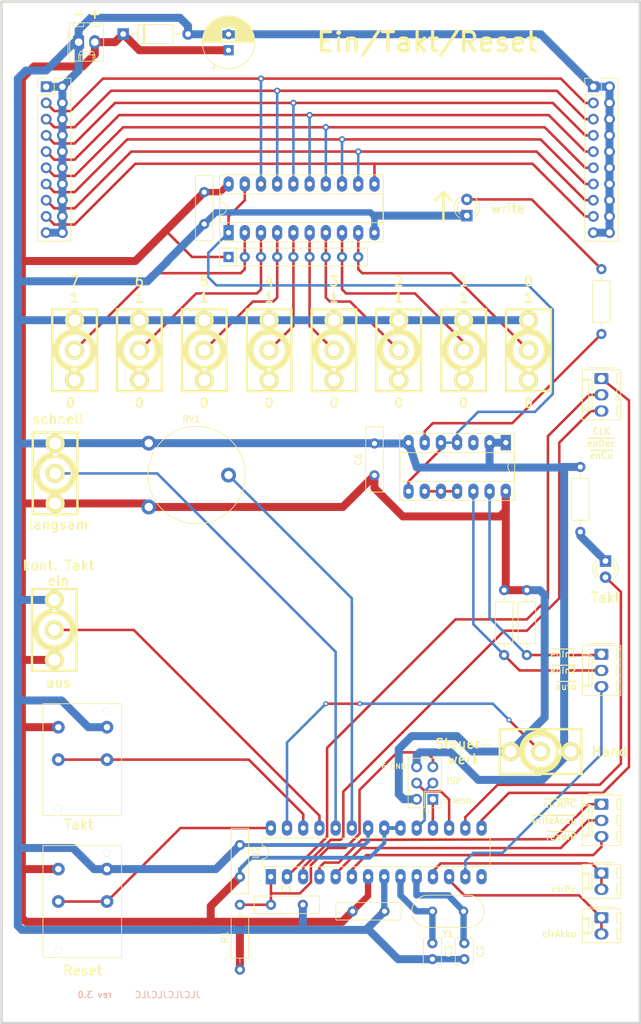
<source format=kicad_pcb>
(kicad_pcb (version 20221018) (generator pcbnew)
  (layers (0 "F.Cu" signal) (31 "B.Cu" signal) (34 "B.Paste" user) (35 "F.Paste" user) (36 "B.SilkS" user "B.Silkscreen") (37 "F.SilkS" user "F.Silkscreen") (38 "B.Mask" user) (39 "F.Mask" user) (44 "Edge.Cuts" user))
  (net 0 "")
  (net 1 "clrAkku")
  (net 2 "clrPC")
  (net 3 "CLK")
  (net 4 "GND")
  (net 5 "VCC")
  (net 6 "RST")
  (net 7 "Net-(U2-XTAL2{slash}PB7)")
  (net 8 "Net-(U2-XTAL1{slash}PB6)")
  (net 9 "Net-(D2-A)")
  (net 10 "Net-(DROT1-A)")
  (net 11 "/a0")
  (net 12 "/a1")
  (net 13 "/a2")
  (net 14 "/a3")
  (net 15 "/a4")
  (net 16 "/a5")
  (net 17 "/a6")
  (net 18 "/a7")
  (net 19 "Net-(DROT1-K)")
  (net 20 "MISO")
  (net 21 "SCK")
  (net 22 "MOSI")
  (net 23 "Net-(R7-Pad1)")
  (net 24 "Net-(U2-PC0)")
  (net 25 "Net-(SW3-B)")
  (net 26 "Net-(U5-Pad10)")
  (net 27 "Net-(SW6-B)")
  (net 29 "Net-(U3-G1)")
  (net 30 "Net-(U2-PC5)")
  (net 31 "Net-(U2-PC3)")
  (net 32 "Net-(SW4-B)")
  (net 33 "~{en-ln2}")
  (net 34 "~{en-ln1}")
  (net 35 "~{auto}")
  (net 36 "~{clrMPC}")
  (net 37 "~{readIR}")
  (net 38 "~{writeAccu}")
  (net 39 "~{enCu}")
  (net 40 "~{enDEC}")
  (net 41 "/ein0")
  (net 42 "/ein1")
  (net 43 "/ein2")
  (net 44 "/ein3")
  (net 45 "/ein4")
  (net 46 "/ein5")
  (net 47 "/ein6")
  (net 48 "/ein7")
  (footprint "Package_DIP:DIP-20_W7.62mm_Socket_LongPads" (layer "F.Cu") (at 73.66 59.055 90)
    (fp_text reference "U3")
    (fp_text value "74HC541")
  )
  (footprint "Resistor_THT:R_Array_SIP9" (layer "F.Cu") (at 73.66 62.865)
    (fp_text reference "RP1")
    (fp_text value "R_PACK8BUSSED")
  )
  (footprint "Resistor_THT:R_Axial_DIN0207_L6.3mm_D2.5mm_P10.16mm_Horizontal" (layer "F.Cu") (at 128.778 105.918 90)
    (fp_text reference "R4")
    (fp_text value "330")
  )
  (footprint "Resistor_THT:R_Axial_DIN0207_L6.3mm_D2.5mm_P10.16mm_Horizontal" (layer "F.Cu") (at 116.84 115.062 -90)
    (fp_text reference "R10")
    (fp_text value "4,7k")
  )
  (footprint "LED_THT:LED_D3.0mm" (layer "F.Cu") (at 110.998 56.388 90)
    (fp_text reference "D2")
    (fp_text value "LED")
  )
  (footprint "LED_THT:LED_D3.0mm" (layer "F.Cu") (at 132.715 110.49 -90)
    (fp_text reference "DROT1")
    (fp_text value "LED")
  )
  (footprint "Switches-Walter:switch_100sp5" (layer "F.Cu") (at 49.53 77.47 -90)
    (fp_text reference "SW5")
    (fp_text value "SPST")
  )
  (footprint "Switches-Walter:switch_100sp5" (layer "F.Cu") (at 80.01 77.47 -90)
    (fp_text reference "SW9")
    (fp_text value "SPST")
  )
  (footprint "Switches-Walter:switch_100sp5" (layer "F.Cu") (at 90.17 77.47 -90)
    (fp_text reference "SW10")
    (fp_text value "SPST")
  )
  (footprint "Switches-Walter:switch_100sp5" (layer "F.Cu") (at 100.33 77.47 -90)
    (fp_text reference "SW11")
    (fp_text value "SPST")
  )
  (footprint "Switches-Walter:switch_100sp5" (layer "F.Cu") (at 110.49 77.47 -90)
    (fp_text reference "SW12")
    (fp_text value "SPST")
  )
  (footprint "Switches-Walter:switch_100sp5" (layer "F.Cu") (at 120.65 77.47 -90)
    (fp_text reference "SW13")
    (fp_text value "SPST")
  )
  (footprint "Capacitor_THT:C_Disc_D10.0mm_W2.5mm_P5.00mm" (layer "F.Cu") (at 93.1 165.36)
    (fp_text reference "C8")
    (fp_text value "100n")
  )
  (footprint "Capacitor_THT:C_Disc_D10.0mm_W2.5mm_P5.00mm" (layer "F.Cu") (at 69.85 52.705 -90)
    (fp_text reference "C9")
    (fp_text value "100n")
  )
  (footprint "Resistor_THT:R_Axial_DIN0207_L6.3mm_D2.5mm_P10.16mm_Horizontal" (layer "F.Cu") (at 132.08 74.93 90)
    (fp_text reference "R7")
    (fp_text value "330")
  )
  (footprint "Connector_PinHeader_2.54mm:PinHeader_2x10_P2.54mm_Vertical" (layer "F.Cu") (at 45.085 36.195)
    (fp_text reference "P1")
    (fp_text value "CONN_02X10")
  )
  (footprint "Connector_PinHeader_2.54mm:PinHeader_2x10_P2.54mm_Vertical" (layer "F.Cu") (at 130.81 36.195)
    (fp_text reference "P4")
    (fp_text value "CONN_02X10")
  )
  (footprint "Resistor_THT:R_Axial_DIN0207_L6.3mm_D2.5mm_P10.16mm_Horizontal" (layer "F.Cu") (at 120.396 115.062 -90)
    (fp_text reference "R11")
    (fp_text value "4,7k")
  )
  (footprint "Capacitor_THT:CP_Radial_D8.0mm_P2.50mm" (layer "F.Cu") (at 73.66 30.48 90)
    (fp_text reference "C11")
    (fp_text value "CP")
  )
  (footprint "Connector_Molex:Molex_KK-254_AE-6410-02A_1x02_P2.54mm_Vertical" (layer "F.Cu") (at 50.165 29.21)
    (fp_text reference "J1")
    (fp_text value "Conn_01x02")
  )
  (footprint "Connector_Molex:Molex_KK-254_AE-6410-02A_1x02_P2.54mm_Vertical" (layer "F.Cu") (at 132.08 159.385 -90)
    (fp_text reference "J5")
    (fp_text value "Conn_01x02")
  )
  (footprint "Connector_Molex:Molex_KK-254_AE-6410-02A_1x02_P2.54mm_Vertical" (layer "F.Cu") (at 132.08 166.37 -90)
    (fp_text reference "J6")
    (fp_text value "Conn_01x02")
  )
  (footprint "bonsai:Switch_Digitast" (layer "F.Cu") (at 46.99 163.83 90)
    (fp_text reference "SW1")
    (fp_text value "Digitast")
  )
  (footprint "Connector_Molex:Molex_KK-254_AE-6410-03A_1x03_P2.54mm_Vertical" (layer "F.Cu") (at 132.08 148.59 -90)
    (fp_text reference "J4")
    (fp_text value "Conn_01x03")
  )
  (footprint "Connector_Molex:Molex_KK-254_AE-6410-03A_1x03_P2.54mm_Vertical" (layer "F.Cu") (at 132.08 81.915 -90)
    (fp_text reference "J2")
    (fp_text value "Conn_01x03")
  )
  (footprint "Connector_Molex:Molex_KK-254_AE-6410-03A_1x03_P2.54mm_Vertical" (layer "F.Cu") (at 132.08 125.095 -90)
    (fp_text reference "J3")
    (fp_text value "Conn_01x03")
  )
  (footprint "bonsai:EuroBoard160mmX100mm_holes_keepout" (layer "F.Cu") (at 38.1 22.86)
    (fp_text reference "REF**" hide)
    (fp_text value "EuroBoard160mmX100mm_holes_keepout" hide)
    (fp_line (start 0 0) (end 100 0) (stroke (width 0.38)) (layer "Edge.Cuts"))
    (fp_line (start 0 160) (end 0 0) (stroke (width 0.38)) (layer "Edge.Cuts"))
    (fp_line (start 0 160) (end 100 160) (stroke (width 0.38)) (layer "Edge.Cuts"))
    (fp_line (start 100 0) (end 100 160) (stroke (width 0.38)) (layer "Edge.Cuts"))
  )
  (footprint "Capacitor_THT:C_Disc_D10.0mm_W2.5mm_P5.00mm" (layer "F.Cu") (at 75.438 159.98 90)
    (fp_text reference "C7")
    (fp_text value "100n")
  )
  (footprint "Package_DIP:DIP-14_W7.62mm_Socket_LongPads" (layer "F.Cu") (at 117.094 91.948 -90)
    (fp_text reference "U5")
    (fp_text value "7400")
  )
  (footprint "bonsai:Switch_Digitast" (layer "F.Cu") (at 46.99 141.605 90)
    (fp_text reference "SW2")
    (fp_text value "Digitast")
  )
  (footprint "Switches-Walter:switch_100sp5" (layer "F.Cu") (at 69.85 77.47 -90)
    (fp_text reference "SW8")
    (fp_text value "SPST")
  )
  (footprint "Diode_THT:D_A-405_P10.16mm_Horizontal" (layer "F.Cu") (at 57.15 27.94)
    (fp_text reference "D3")
    (fp_text value "D")
  )
  (footprint "Switches-Walter:switch_100sp5" (layer "F.Cu") (at 59.69 77.47 -90)
    (fp_text reference "SW7")
    (fp_text value "SPST")
  )
  (footprint "Switches-Walter:switch_100sp5" (layer "F.Cu") (at 122.555 140.335)
    (fp_text reference "SW6")
    (fp_text value "SW_SPDT")
  )
  (footprint "Switches-Walter:switch_100sp5" (layer "F.Cu") (at 46.355 121.285 90)
    (fp_text reference "SW3")
    (fp_text value "SW_SPDT")
  )
  (footprint "Resistor_THT:R_Axial_DIN0207_L6.3mm_D2.5mm_P10.16mm_Horizontal" (layer "F.Cu") (at 75.438 174.498 90)
    (fp_text reference "R1")
    (fp_text value "4k7")
  )
  (footprint "Capacitor_THT:C_Disc_D3.8mm_W2.6mm_P2.50mm" (layer "F.Cu") (at 105.6 170.36 -90)
    (fp_text reference "C3")
    (fp_text value "18p")
  )
  (footprint "Package_DIP:DIP-28_W7.62mm_LongPads" (layer "F.Cu") (at 80.28 159.94 90)
    (fp_text reference "U2")
    (fp_text value "ATmega48-20P")
  )
  (footprint "Capacitor_THT:C_Disc_D10.0mm_W2.5mm_P5.00mm" (layer "F.Cu") (at 96.52 97.075 90)
    (fp_text reference "C6")
    (fp_text value "100n")
  )
  (footprint "allBonsaiFootprintsLibs:switch_100sp5" (layer "F.Cu") (at 46.482 96.774 90)
    (fp_text reference "SW4")
    (fp_text value "SW_SPDT")
  )
  (footprint "Connector_PinHeader_2.54mm:PinHeader_2x03_P2.54mm_Vertical" (layer "F.Cu") (at 105.669 147.813 180)
    (fp_text reference "J7")
    (fp_text value "Conn_02x03_Odd_Even")
  )
  (footprint "Capacitor_THT:C_Disc_D3.8mm_W2.6mm_P2.50mm" (layer "F.Cu") (at 110.6 170.36 -90)
    (fp_text reference "C2")
    (fp_text value "18p")
  )
  (footprint "Crystal:Crystal_HC49-U_Vertical" (layer "F.Cu") (at 110.48 165.36 180)
    (fp_text reference "Y1")
    (fp_text value "Crystal")
  )
  (footprint "Potentiometer_THT:Potentiometer_Piher_PT-15-V02_Vertical" (layer "F.Cu") (at 61.16 102.028)
    (fp_text reference "RV1")
    (fp_text value "R_Potentiometer")
  )
  (footprint "Capacitor_THT:C_Disc_D10.0mm_W2.5mm_P5.00mm" (layer "F.Cu") (at 80.3 164.338)
    (fp_text reference "C1")
    (fp_text value "100n")
  )
  (gr_line (start 108.585 53.975) (end 107.315 52.705) (stroke (width 0.4)) (layer "F.SilkS"))
  (gr_line (start 107.315 57.15) (end 107.315 52.705) (stroke (width 0.4)) (layer "F.SilkS"))
  (gr_line (start 107.315 52.705) (end 106.045 53.975) (stroke (width 0.4)) (layer "F.SilkS"))
  (gr_text "rev 3.0" (at 52.705 178.435) (layer "B.SilkS") (effects (font (size 1 1) (thickness 0.17)) (justify mirror)))
  (gr_text "JLCJLCJLCJLC" (at 64.135 178.435) (layer "B.SilkS") (effects (font (size 1 1)) (justify mirror)))
  (gr_text "clrPc" (at 128.27 161.925) (layer "F.SilkS") (effects (font (size 1 1) (thickness 0.17)) (justify right)))
  (gr_text "Hand" (at 133.35 140.335) (layer "F.SilkS") (effects (font (size 1.5 1.5) (thickness 0.25))))
  (gr_text "Steuer-\nwerk" (at 110.49 140.335) (layer "F.SilkS") (effects (font (size 1.5 1.5) (thickness 0.25))))
  (gr_text "~{enIn1}" (at 128.27 125.095) (layer "F.SilkS") (effects (font (size 1 1) (thickness 0.17)) (justify right)))
  (gr_text "Takt" (at 132.715 116.205) (layer "F.SilkS") (effects (font (size 1.5 1.5) (thickness 0.25))))
  (gr_text "-" (at 50.165 24.765) (layer "F.SilkS") (effects (font (size 1.5 1.5) (thickness 0.25))))
  (gr_text "CLK" (at 132.08 90.17) (layer "F.SilkS") (effects (font (size 1 1) (thickness 0.17))))
  (gr_text "~{enDec}" (at 132.08 92.075) (layer "F.SilkS") (effects (font (size 1 1) (thickness 0.17))))
  (gr_text "~{enCu}" (at 132.08 93.98) (layer "F.SilkS") (effects (font (size 1 1) (thickness 0.17))))
  (gr_text "~{clrMPC}" (at 128.27 148.59) (layer "F.SilkS") (effects (font (size 1 1) (thickness 0.17)) (justify right)))
  (gr_text "~{writeAccu}" (at 128.27 151.13) (layer "F.SilkS") (effects (font (size 1 1) (thickness 0.17)) (justify right)))
  (gr_text "~{readIR}" (at 128.27 153.67) (layer "F.SilkS") (effects (font (size 1 1) (thickness 0.17)) (justify right)))
  (gr_text "1" (at 110.49 66.675) (layer "F.SilkS") (effects (font (size 1.5 1.5) (thickness 0.25))))
  (gr_text "2" (at 100.33 66.675) (layer "F.SilkS") (effects (font (size 1.5 1.5) (thickness 0.25))))
  (gr_text "3" (at 90.17 66.675) (layer "F.SilkS") (effects (font (size 1.5 1.5) (thickness 0.25))))
  (gr_text "4" (at 80.01 66.675) (layer "F.SilkS") (effects (font (size 1.5 1.5) (thickness 0.25))))
  (gr_text "5" (at 69.85 66.675) (layer "F.SilkS") (effects (font (size 1.5 1.5) (thickness 0.25))))
  (gr_text "6" (at 59.69 66.675) (layer "F.SilkS") (effects (font (size 1.5 1.5) (thickness 0.25))))
  (gr_text "7" (at 49.53 66.675) (layer "F.SilkS") (effects (font (size 1.5 1.5) (thickness 0.25))))
  (gr_text "1" (at 120.65 69.215) (layer "F.SilkS") (effects (font (size 1.5 1.5) (thickness 0.25))))
  (gr_text "1" (at 49.53 69.215) (layer "F.SilkS") (effects (font (size 1.5 1.5) (thickness 0.25))))
  (gr_text "Ein/Takt/Reset" (at 104.775 29.21) (layer "F.SilkS") (effects (font (size 3 3) (thickness 0.5))))
  (gr_text "0" (at 69.85 85.725) (layer "F.SilkS") (effects (font (size 1.5 1.5) (thickness 0.25))))
  (gr_text "0" (at 59.69 85.725) (layer "F.SilkS") (effects (font (size 1.5 1.5) (thickness 0.25))))
  (gr_text "~{auto}" (at 128.27 130.175) (layer "F.SilkS") (effects (font (size 1 1) (thickness 0.17)) (justify right)))
  (gr_text "ISP" (at 107.696 145.542) (layer "F.SilkS") (effects (font (size 1 1)) (justify left bottom)))
  (gr_text "1" (at 59.69 69.215) (layer "F.SilkS") (effects (font (size 1.5 1.5) (thickness 0.25))))
  (gr_text "0" (at 80.01 85.725) (layer "F.SilkS") (effects (font (size 1.5 1.5) (thickness 0.25))))
  (gr_text "1" (at 80.01 69.215) (layer "F.SilkS") (effects (font (size 1.5 1.5) (thickness 0.25))))
  (gr_text "~{enIn2}" (at 128.27 127.635) (layer "F.SilkS") (effects (font (size 1 1) (thickness 0.17)) (justify right)))
  (gr_text "write" (at 117.475 55.245) (layer "F.SilkS") (effects (font (size 1.5 1.5) (thickness 0.25))))
  (gr_text "aus" (at 46.99 129.54) (layer "F.SilkS") (effects (font (size 1.5 1.5) (thickness 0.25))))
  (gr_text "0" (at 90.17 85.725) (layer "F.SilkS") (effects (font (size 1.5 1.5) (thickness 0.25))))
  (gr_text "1 MISO" (at 107.315 148.59) (layer "F.SilkS") (effects (font (size 0.8 0.8)) (justify left bottom)))
  (gr_text "kont. Takt\nein" (at 46.99 112.395) (layer "F.SilkS") (effects (font (size 1.5 1.5) (thickness 0.25))))
  (gr_text "1" (at 69.85 69.215) (layer "F.SilkS") (effects (font (size 1.5 1.5) (thickness 0.25))))
  (gr_text "1" (at 100.33 69.215) (layer "F.SilkS") (effects (font (size 1.5 1.5) (thickness 0.25))))
  (gr_text "6 GND" (at 97.536 143.129) (layer "F.SilkS") (effects (font (size 0.8 0.8)) (justify left bottom)))
  (gr_text "0" (at 120.65 66.675) (layer "F.SilkS") (effects (font (size 1.5 1.5) (thickness 0.25))))
  (gr_text "schnell" (at 46.99 88.265) (layer "F.SilkS") (effects (font (size 1.5 1.5) (thickness 0.25))))
  (gr_text "1" (at 90.17 69.215) (layer "F.SilkS") (effects (font (size 1.5 1.5) (thickness 0.25))))
  (gr_text "+" (at 52.705 24.765) (layer "F.SilkS") (effects (font (size 1.5 1.5) (thickness 0.25))))
  (gr_text "Reset" (at 50.8 174.625) (layer "F.SilkS") (effects (font (size 1.5 1.5) (thickness 0.25))))
  (gr_text "0" (at 48.895 85.725) (layer "F.SilkS") (effects (font (size 1.5 1.5) (thickness 0.25))))
  (gr_text "Takt" (at 50.165 151.765) (layer "F.SilkS") (effects (font (size 1.5 1.5) (thickness 0.25))))
  (gr_text "0" (at 110.49 85.725) (layer "F.SilkS") (effects (font (size 1.5 1.5) (thickness 0.25))))
  (gr_text "0" (at 100.33 85.725) (layer "F.SilkS") (effects (font (size 1.5 1.5) (thickness 0.25))))
  (gr_text "langsam" (at 46.99 104.775) (layer "F.SilkS") (effects (font (size 1.5 1.5) (thickness 0.25))))
  (gr_text "0" (at 120.65 85.725) (layer "F.SilkS") (effects (font (size 1.5 1.5) (thickness 0.25))))
  (gr_text "clrAkku" (at 128.27 168.91) (layer "F.SilkS") (effects (font (size 1 1) (thickness 0.17)) (justify right)))
  (gr_text "1" (at 110.49 69.215) (layer "F.SilkS") (effects (font (size 1.5 1.5) (thickness 0.25))))
  (segment (start 132.08 166.37) (end 128.57 162.86) (width 0.4) (layer "F.Cu") (net 1))
  (segment (start 132.08 168.91) (end 132.08 166.37) (width 0.4) (layer "F.Cu") (net 1))
  (segment (start 110.6 162.86) (end 113.1 162.86) (width 0.4) (layer "F.Cu") (net 1))
  (segment (start 108.22 160.48) (end 110.6 162.86) (width 0.4) (layer "F.Cu") (net 1))
  (segment (start 108.22 159.94) (end 108.22 160.48) (width 0.4) (layer "F.Cu") (net 1))
  (segment (start 128.57 162.86) (end 113.1 162.86) (width 0.4) (layer "F.Cu") (net 1))
  (segment (start 105.68 159.94) (end 105.68 159.08) (width 0.4) (layer "F.Cu") (net 2))
  (segment (start 106.9 157.86) (end 130.555 157.86) (width 0.4) (layer "F.Cu") (net 2))
  (segment (start 132.08 161.925) (end 132.08 159.385) (width 0.4) (layer "F.Cu") (net 2))
  (segment (start 130.555 157.86) (end 132.08 159.385) (width 0.4) (layer "F.Cu") (net 2))
  (segment (start 105.68 159.08) (end 106.9 157.86) (width 0.4) (layer "F.Cu") (net 2))
  (segment (start 117.602 146.812) (end 132.334 146.812) (width 0.4) (layer "F.Cu") (net 3))
  (segment (start 113.3 152.32) (end 113.3 151.114) (width 0.4) (layer "F.Cu") (net 3))
  (segment (start 132.334 146.812) (end 136.398 142.748) (width 0.4) (layer "F.Cu") (net 3))
  (segment (start 113.3 151.114) (end 117.602 146.812) (width 0.4) (layer "F.Cu") (net 3))
  (segment (start 136.398 85.344) (end 132.08 81.915) (width 0.4) (layer "F.Cu") (net 3))
  (segment (start 136.398 142.748) (end 136.398 85.344) (width 0.4) (layer "F.Cu") (net 3))
  (segment (start 96.473 92.028) (end 96.52 92.075) (width 1.25) (layer "B.Cu") (net 4))
  (segment (start 95.408 168.052) (end 98.1 165.36) (width 1.25) (layer "B.Cu") (net 4))
  (segment (start 40.64 38.735) (end 40.64 62.23) (width 1.25) (layer "B.Cu") (net 4))
  (segment (start 40.64 167.64) (end 41.275 168.275) (width 1.25) (layer "B.Cu") (net 4))
  (segment (start 96.52 56.515) (end 96.52 59.055) (width 1) (layer "B.Cu") (net 4))
  (segment (start 40.64 132.334) (end 40.64 137.16) (width 1.25) (layer "B.Cu") (net 4))
  (segment (start 103.129 140.975) (end 103.129 142.733) (width 1.25) (layer "B.Cu") (net 4))
  (segment (start 50.165 27.305) (end 52.07 25.4) (width 1.25) (layer "B.Cu") (net 4))
  (segment (start 41.91 33.655) (end 40.64 34.925) (width 1.25) (layer "B.Cu") (net 4))
  (segment (start 40.64 131.445) (end 40.64 132.334) (width 1.25) (layer "B.Cu") (net 4))
  (segment (start 64.055 63.5) (end 64.055 63.58) (width 1.25) (layer "B.Cu") (net 4))
  (segment (start 73.66 27.98) (end 122.595 27.98) (width 1.25) (layer "B.Cu") (net 4))
  (segment (start 130.81 36.195) (end 133.35 36.195) (width 1.25) (layer "B.Cu") (net 4))
  (segment (start 95.185 168.275) (end 95.408 168.052) (width 1.25) (layer "B.Cu") (net 4))
  (segment (start 40.64 141.605) (end 40.64 147.32) (width 1.25) (layer "B.Cu") (net 4))
  (segment (start 121.519 95.848) (end 125.476 95.848) (width 1.25) (layer "B.Cu") (net 4))
  (segment (start 98.06 165.32) (end 98.1 165.36) (width 1) (layer "B.Cu") (net 4))
  (segment (start 45.085 33.655) (end 41.91 33.655) (width 1.25) (layer "B.Cu") (net 4))
  (segment (start 47.498 132.334) (end 40.64 132.334) (width 1.25) (layer "B.Cu") (net 4))
  (segment (start 101.854 91.948) (end 103.169 95.848) (width 1.25) (layer "B.Cu") (net 4))
  (segment (start 49.276 155.448) (end 40.64 155.448) (width 1.25) (layer "B.Cu") (net 4))
  (segment (start 50.165 29.21) (end 49.53 29.21) (width 1) (layer "B.Cu") (net 4))
  (segment (start 98.06 159.94) (end 98.06 165.32) (width 1) (layer "B.Cu") (net 4))
  (segment (start 40.64 72.39) (end 40.64 91.948) (width 1.25) (layer "B.Cu") (net 4))
  (segment (start 114.554 95.594) (end 114.3 95.848) (width 1.25) (layer "B.Cu") (net 4))
  (segment (start 52.578 158.75) (end 49.276 155.448) (width 1.25) (layer "B.Cu") (net 4))
  (segment (start 133.35 36.195) (end 133.35 59.055) (width 1.25) (layer "B.Cu") (net 4))
  (segment (start 96.52 92.075) (end 101.727 92.075) (width 1.25) (layer "B.Cu") (net 4))
  (segment (start 112.776 144.78) (end 108.458 140.462) (width 1.25) (layer "B.Cu") (net 4))
  (segment (start 96.647 56.388) (end 96.52 56.515) (width 1.25) (layer "B.Cu") (net 4))
  (segment (start 60.96 66.675) (end 40.64 66.675) (width 1.25) (layer "B.Cu") (net 4))
  (segment (start 110.6 172.86) (end 105.6 172.86) (width 1) (layer "B.Cu") (net 4))
  (segment (start 46.529 92.028) (end 46.482 92.075) (width 1.25) (layer "B.Cu") (net 4))
  (segment (start 120.65 72.771) (end 49.53 72.771) (width 1.25) (layer "B.Cu") (net 4))
  (segment (start 64.055 63.58) (end 60.96 66.675) (width 1.25) (layer "B.Cu") (net 4))
  (segment (start 95.408 168.052) (end 100.216 172.86) (width 1.25) (layer "B.Cu") (net 4))
  (segment (start 85.3 168.231) (end 85.344 168.275) (width 1.25) (layer "B.Cu") (net 4))
  (segment (start 100.216 172.86) (end 105.6 172.86) (width 1.25) (layer "B.Cu") (net 4))
  (segment (start 71.668 158.75) (end 75.438 154.98) (width 1.25) (layer "B.Cu") (net 4))
  (segment (start 52.07 25.4) (end 66.04 25.4) (width 1.25) (layer "B.Cu") (net 4))
  (segment (start 95.52 154.416) (end 95.52 152.32) (width 0.6) (layer "B.Cu") (net 4))
  (segment (start 114.3 95.848) (end 121.519 95.848) (width 1.25) (layer "B.Cu") (net 4))
  (segment (start 40.64 137.16) (end 40.64 141.605) (width 1.25) (layer "B.Cu") (net 4))
  (segment (start 40.64 34.925) (end 40.64 38.735) (width 1.25) (layer "B.Cu") (net 4))
  (segment (start 50.165 29.21) (end 50.165 33.655) (width 1.25) (layer "B.Cu") (net 4))
  (segment (start 110.998 56.388) (end 96.647 56.388) (width 1.25) (layer "B.Cu") (net 4))
  (segment (start 40.64 116.586) (end 40.64 121.92) (width 1.25) (layer "B.Cu") (net 4))
  (segment (start 46.355 116.586) (end 40.64 116.586) (width 1.25) (layer "B.Cu") (net 4))
  (segment (start 54.61 158.75) (end 71.668 158.75) (width 1.25) (layer "B.Cu") (net 4))
  (segment (start 127.254 140.335) (end 122.809 144.78) (width 1.25) (layer "B.Cu") (net 4))
  (segment (start 40.767 92.075) (end 40.64 91.948) (width 1.25) (layer "B.Cu") (net 4))
  (segment (start 103.632 140.462) (end 103.124 140.97) (width 1.25) (layer "B.Cu") (net 4))
  (segment (start 117.094 91.948) (end 114.554 91.948) (width 1.25) (layer "B.Cu") (net 4))
  (segment (start 41.021 72.771) (end 40.64 72.39) (width 1.25) (layer "B.Cu") (net 4))
  (segment (start 103.124 140.97) (end 103.129 140.975) (width 1.25) (layer "B.Cu") (net 4))
  (segment (start 51.689 136.525) (end 47.498 132.334) (width 1.25) (layer "B.Cu") (net 4))
  (segment (start 126.238 139.319) (end 127.254 140.335) (width 1.25) (layer "B.Cu") (net 4))
  (segment (start 69.85 57.705) (end 71.675 55.88) (width 1) (layer "B.Cu") (net 4))
  (segment (start 67.31 26.67) (end 67.31 27.94) (width 1.25) (layer "B.Cu") (net 4))
  (segment (start 54.61 158.75) (end 52.578 158.75) (width 1.25) (layer "B.Cu") (net 4))
  (segment (start 126.238 95.758) (end 125.566 95.758) (width 1.25) (layer "B.Cu") (net 4))
  (segment (start 49.53 72.771) (end 41.021 72.771) (width 1.25) (layer "B.Cu") (net 4))
  (segment (start 41.275 168.275) (end 85.344 168.275) (width 1.25) (layer "B.Cu") (net 4))
  (segment (start 114.554 91.948) (end 114.554 95.594) (width 1.25) (layer "B.Cu") (net 4))
  (segment (start 94.956 154.98) (end 95.52 154.416) (width 0.6) (layer "B.Cu") (net 4))
  (segment (start 61.16 92.028) (end 46.529 92.028) (width 1.25) (layer "B.Cu") (net 4))
  (segment (start 49.53 29.21) (end 45.085 33.655) (width 1.25) (layer "B.Cu") (net 4))
  (segment (start 122.595 27.98) (end 130.81 36.195) (width 1.25) (layer "B.Cu") (net 4))
  (segment (start 61.16 92.028) (end 96.473 92.028) (width 1.25) (layer "B.Cu") (net 4))
  (segment (start 40.64 62.23) (end 40.64 64.77) (width 1.25) (layer "B.Cu") (net 4))
  (segment (start 50.165 29.21) (end 50.165 27.305) (width 1.25) (layer "B.Cu") (net 4))
  (segment (start 95.885 55.88) (end 96.52 56.515) (width 1) (layer "B.Cu") (net 4))
  (segment (start 66.04 25.4) (end 67.31 26.67) (width 1.25) (layer "B.Cu") (net 4))
  (segment (start 122.809 144.78) (end 112.776 144.78) (width 1.25) (layer "B.Cu") (net 4))
  (segment (start 85.3 164.338) (end 85.3 168.231) (width 1.25) (layer "B.Cu") (net 4))
  (segment (start 50.165 33.655) (end 47.625 36.195) (width 1.25) (layer "B.Cu") (net 4))
  (segment (start 47.625 36.195) (end 45.085 36.195) (width 1.25) (layer "B.Cu") (net 4))
  (segment (start 40.64 155.448) (end 40.64 167.64) (width 1.25) (layer "B.Cu") (net 4))
  (segment (start 75.438 154.98) (end 94.956 154.98) (width 0.6) (layer "B.Cu") (net 4))
  (segment (start 101.727 92.075) (end 101.854 91.948) (width 1.25) (layer "B.Cu") (net 4))
  (segment (start 67.35 27.98) (end 67.31 27.94) (width 1) (layer "B.Cu") (net 4))
  (segment (start 64.055 63.5) (end 69.85 57.705) (width 1.25) (layer "B.Cu") (net 4))
  (segment (start 71.675 55.88) (end 95.885 55.88) (width 1) (layer "B.Cu") (net 4))
  (segment (start 40.64 147.32) (end 40.64 155.448) (width 1.25) (layer "B.Cu") (net 4))
  (segment (start 125.566 95.758) (end 125.476 95.848) (width 1.25) (layer "B.Cu") (net 4))
  (segment (start 46.482 92.075) (end 40.767 92.075) (width 1.25) (layer "B.Cu") (net 4))
  (segment (start 40.64 93.7) (end 40.64 116.586) (width 1.25) (layer "B.Cu") (net 4))
  (segment (start 128.778 95.758) (end 126.238 95.758) (width 1.25) (layer "B.Cu") (net 4))
  (segment (start 47.625 36.195) (end 47.625 59.055) (width 1.25) (layer "B.Cu") (net 4))
  (segment (start 54.61 136.525) (end 51.689 136.525) (width 1.25) (layer "B.Cu") (net 4))
  (segment (start 108.458 140.462) (end 103.632 140.462) (width 1.25) (layer "B.Cu") (net 4))
  (segment (start 40.64 64.77) (end 40.64 66.675) (width 1.25) (layer "B.Cu") (net 4))
  (segment (start 85.344 168.275) (end 95.185 168.275) (width 1.25) (layer "B.Cu") (net 4))
  (segment (start 40.64 91.948) (end 40.64 93.7) (width 1.25) (layer "B.Cu") (net 4))
  (segment (start 126.238 95.758) (end 126.238 139.319) (width 1.25) (layer "B.Cu") (net 4))
  (segment (start 130.81 59.055) (end 133.35 59.055) (width 1.25) (layer "B.Cu") (net 4))
  (segment (start 47.625 59.055) (end 45.085 59.055) (width 1.25) (layer "B.Cu") (net 4))
  (segment (start 103.169 95.848) (end 114.3 95.848) (width 1.25) (layer "B.Cu") (net 4))
  (segment (start 40.64 121.92) (end 40.64 131.445) (width 1.25) (layer "B.Cu") (net 4))
  (segment (start 73.66 27.98) (end 67.35 27.98) (width 1.25) (layer "B.Cu") (net 4))
  (segment (start 40.64 66.675) (end 40.64 72.39) (width 1.25) (layer "B.Cu") (net 4))
  (segment (start 73.66 62.865) (end 67.945 62.865) (width 0.4) (layer "F.Cu") (net 5))
  (segment (start 116.84 115.062) (end 120.396 115.062) (width 1.25) (layer "F.Cu") (net 5))
  (segment (start 41.91 167.005) (end 68.834 167.005) (width 1.25) (layer "F.Cu") (net 5))
  (segment (start 75.438 174.498) (end 75.438 167.005) (width 1.25) (layer "F.Cu") (net 5))
  (segment (start 41.275 103.886) (end 41.275 121.92) (width 1.25) (layer "F.Cu") (net 5))
  (segment (start 61.16 102.028) (end 91.567 102.028) (width 1.25) (layer "F.Cu") (net 5))
  (segment (start 41.275 62.23) (end 41.275 63.5) (width 1.25) (layer "F.Cu") (net 5))
  (segment (start 41.275 34.925) (end 41.275 62.23) (width 1.25) (layer "F.Cu") (net 5))
  (segment (start 69.85 52.705) (end 72.39 52.705) (width 1) (layer "F.Cu") (net 5))
  (segment (start 41.275 125.984) (end 41.275 129.54) (width 1.25) (layer "F.Cu") (net 5))
  (segment (start 95.52 159.94) (end 95.52 162.94) (width 1) (layer "F.Cu") (net 5))
  (segment (start 41.275 121.92) (end 41.275 125.984) (width 1.25) (layer "F.Cu") (net 5))
  (segment (start 100.965 103.505) (end 96.52 99.06) (width 1.25) (layer "F.Cu") (net 5))
  (segment (start 55.88 29.21) (end 57.15 27.94) (width 1.25) (layer "F.Cu") (net 5))
  (segment (start 41.275 101.6) (end 41.275 103.886) (width 1.25) (layer "F.Cu") (net 5))
  (segment (start 116.205 103.505) (end 100.965 103.505) (width 1.25) (layer "F.Cu") (net 5))
  (segment (start 59.055 63.5) (end 41.275 63.5) (width 1.25) (layer "F.Cu") (net 5))
  (segment (start 69.85 52.705) (end 63.8175 58.7375) (width 1.25) (layer "F.Cu") (net 5))
  (segment (start 50.8 33.02) (end 43.18 33.02) (width 1.25) (layer "F.Cu") (net 5))
  (segment (start 68.834 167.005) (end 70.866 167.005) (width 1.25) (layer "F.Cu") (net 5))
  (segment (start 52.705 31.115) (end 50.8 33.02) (width 1.25) (layer "F.Cu") (net 5))
  (segment (start 75.438 167.005) (end 86.741 167.005) (width 1.25) (layer "F.Cu") (net 5))
  (segment (start 117.094 99.568) (end 117.094 102.616) (width 1.25) (layer "F.Cu") (net 5))
  (segment (start 46.482 101.473) (end 60.605 101.473) (width 1.25) (layer "F.Cu") (net 5))
  (segment (start 67.945 62.865) (end 63.8175 58.7375) (width 0.4) (layer "F.Cu") (net 5))
  (segment (start 59.69 30.48) (end 57.15 27.94) (width 1.25) (layer "F.Cu") (net 5))
  (segment (start 41.275 129.54) (end 41.275 135.89) (width 1.25) (layer "F.Cu") (net 5))
  (segment (start 46.99 136.525) (end 41.402 136.525) (width 1.25) (layer "F.Cu") (net 5))
  (segment (start 91.455 167.005) (end 93.1 165.36) (width 1.25) (layer "F.Cu") (net 5))
  (segment (start 41.275 158.75) (end 41.275 166.37) (width 1.25) (layer "F.Cu") (net 5))
  (segment (start 70.866 167.005) (end 70.866 164.552) (width 1.25) (layer "F.Cu") (net 5))
  (segment (start 96.52 99.06) (end 96.52 97.075) (width 1.25) (layer "F.Cu") (net 5))
  (segment (start 41.275 135.89) (end 41.275 136.652) (width 1.25) (layer "F.Cu") (net 5))
  (segment (start 52.705 29.21) (end 52.705 31.115) (width 1.25) (layer "F.Cu") (net 5))
  (segment (start 52.705 29.21) (end 55.88 29.21) (width 1.25) (layer "F.Cu") (net 5))
  (segment (start 41.275 63.5) (end 41.275 85.725) (width 1.25) (layer "F.Cu") (net 5))
  (segment (start 41.275 144.145) (end 41.275 158.75) (width 1.25) (layer "F.Cu") (net 5))
  (segment (start 86.741 167.005) (end 91.455 167.005) (width 1.25) (layer "F.Cu") (net 5))
  (segment (start 117.094 99.568) (end 117.094 114.808) (width 1.25) (layer "F.Cu") (net 5))
  (segment (start 70.866 167.005) (end 75.438 167.005) (width 1.25) (layer "F.Cu") (net 5))
  (segment (start 41.275 136.652) (end 41.275 144.145) (width 1.25) (layer "F.Cu") (net 5))
  (segment (start 46.355 125.984) (end 41.275 125.984) (width 1.25) (layer "F.Cu") (net 5))
  (segment (start 41.275 166.37) (end 41.91 167.005) (width 1.25) (layer "F.Cu") (net 5))
  (segment (start 41.402 101.473) (end 41.275 101.6) (width 1.25) (layer "F.Cu") (net 5))
  (segment (start 41.402 136.525) (end 41.275 136.652) (width 1.25) (layer "F.Cu") (net 5))
  (segment (start 91.567 102.028) (end 96.52 97.075) (width 1.25) (layer "F.Cu") (net 5))
  (segment (start 117.094 102.616) (end 116.205 103.505) (width 1.25) (layer "F.Cu") (net 5))
  (segment (start 63.8175 58.7375) (end 59.055 63.5) (width 1.25) (layer "F.Cu") (net 5))
  (segment (start 95.52 162.94) (end 93.1 165.36) (width 1) (layer "F.Cu") (net 5))
  (segment (start 60.605 101.473) (end 61.16 102.028) (width 1.25) (layer "F.Cu") (net 5))
  (segment (start 43.18 33.02) (end 41.275 34.925) (width 1.25) (layer "F.Cu") (net 5))
  (segment (start 46.482 101.473) (end 41.402 101.473) (width 1.25) (layer "F.Cu") (net 5))
  (segment (start 72.39 52.705) (end 73.66 51.435) (width 1) (layer "F.Cu") (net 5))
  (segment (start 46.99 158.75) (end 41.275 158.75) (width 1.25) (layer "F.Cu") (net 5))
  (segment (start 41.275 85.725) (end 41.275 101.6) (width 1.25) (layer "F.Cu") (net 5))
  (segment (start 117.094 114.808) (end 116.84 115.062) (width 1.25) (layer "F.Cu") (net 5))
  (segment (start 70.866 164.552) (end 75.438 159.98) (width 1.25) (layer "F.Cu") (net 5))
  (segment (start 73.66 30.48) (end 59.69 30.48) (width 1.25) (layer "F.Cu") (net 5))
  (segment (start 75.438 159.98) (end 75.438 158.75) (width 0.6) (layer "B.Cu") (net 5))
  (segment (start 100.33 147.036) (end 101.107 147.813) (width 1.25) (layer "B.Cu") (net 5))
  (segment (start 123.19 115.824) (end 122.428 115.062) (width 1.25) (layer "B.Cu") (net 5))
  (segment (start 95.758 156.972) (end 98.06 154.67) (width 0.6) (layer "B.Cu") (net 5))
  (segment (start 117.856 140.335) (end 123.19 135.001) (width 1.25) (layer "B.Cu") (net 5))
  (segment (start 117.856 140.335) (end 111.887 140.335) (width 1.25) (layer "B.Cu") (net 5))
  (segment (start 75.438 158.75) (end 77.216 156.972) (width 0.6) (layer "B.Cu") (net 5))
  (segment (start 98.06 152.32) (end 100.6 152.32) (width 0.6) (layer "B.Cu") (net 5))
  (segment (start 122.428 115.062) (end 120.396 115.062) (width 1.25) (layer "B.Cu") (net 5))
  (segment (start 77.216 156.972) (end 95.758 156.972) (width 0.6) (layer "B.Cu") (net 5))
  (segment (start 101.107 147.813) (end 103.129 147.813) (width 1.25) (layer "B.Cu") (net 5))
  (segment (start 102.362 137.922) (end 100.33 139.954) (width 1.25) (layer "B.Cu") (net 5))
  (segment (start 123.19 135.001) (end 123.19 115.824) (width 1.25) (layer "B.Cu") (net 5))
  (segment (start 109.474 137.922) (end 102.362 137.922) (width 1.25) (layer "B.Cu") (net 5))
  (segment (start 98.06 154.67) (end 98.06 152.32) (width 0.6) (layer "B.Cu") (net 5))
  (segment (start 100.33 139.954) (end 100.33 147.036) (width 1.25) (layer "B.Cu") (net 5))
  (segment (start 111.887 140.335) (end 109.474 137.922) (width 1.25) (layer "B.Cu") (net 5))
  (segment (start 80.3 162.56) (end 80.3 159.96) (width 0.4) (layer "F.Cu") (net 6))
  (segment (start 104.648 140.462) (end 100.076 140.462) (width 0.4) (layer "F.Cu") (net 6))
  (segment (start 105.669 142.733) (end 105.669 141.483) (width 0.4) (layer "F.Cu") (net 6))
  (segment (start 80.3 159.96) (end 80.28 159.94) (width 0.4) (layer "F.Cu") (net 6))
  (segment (start 94.18 146.358) (end 94.18 153.217056) (width 0.4) (layer "F.Cu") (net 6))
  (segment (start 75.438 164.338) (end 80.3 164.338) (width 0.4) (layer "F.Cu") (net 6))
  (segment (start 84.837056 162.56) (end 80.3 162.56) (width 0.4) (layer "F.Cu") (net 6))
  (segment (start 100.076 140.462) (end 94.18 146.358) (width 0.4) (layer "F.Cu") (net 6))
  (segment (start 91.949056 155.448) (end 89.240528 155.448) (width 0.4) (layer "F.Cu") (net 6))
  (segment (start 105.669 141.483) (end 104.648 140.462) (width 0.4) (layer "F.Cu") (net 6))
  (segment (start 89.240528 155.448) (end 86.56 158.128528) (width 0.4) (layer "F.Cu") (net 6))
  (segment (start 80.3 164.338) (end 80.3 162.56) (width 0.4) (layer "F.Cu") (net 6))
  (segment (start 86.56 158.128528) (end 86.56 160.837056) (width 0.4) (layer "F.Cu") (net 6))
  (segment (start 86.56 160.837056) (end 84.837056 162.56) (width 0.4) (layer "F.Cu") (net 6))
  (segment (start 94.18 153.217056) (end 91.949056 155.448) (width 0.4) (layer "F.Cu") (net 6))
  (segment (start 103.1 159.98) (end 103.14 159.94) (width 1) (layer "B.Cu") (net 7))
  (segment (start 110.48 165.36) (end 108.1 162.86) (width 1) (layer "B.Cu") (net 7))
  (segment (start 110.48 165.36) (end 110.48 170.24) (width 1) (layer "B.Cu") (net 7))
  (segment (start 110.48 170.24) (end 110.6 170.36) (width 1) (layer "B.Cu") (net 7))
  (segment (start 103.1 162.86) (end 103.1 159.98) (width 1) (layer "B.Cu") (net 7))
  (segment (start 108.1 162.86) (end 103.1 162.86) (width 1) (layer "B.Cu") (net 7))
  (segment (start 103.1 165.36) (end 100.6 162.86) (width 1) (layer "B.Cu") (net 8))
  (segment (start 105.6 165.36) (end 103.1 165.36) (width 1) (layer "B.Cu") (net 8))
  (segment (start 105.6 165.36) (end 105.6 170.36) (width 1) (layer "B.Cu") (net 8))
  (segment (start 100.6 162.86) (end 100.6 159.94) (width 1) (layer "B.Cu") (net 8))
  (segment (start 121.158 53.848) (end 110.998 53.848) (width 0.4) (layer "F.Cu") (net 9))
  (segment (start 132.08 64.77) (end 121.158 53.848) (width 0.4) (layer "F.Cu") (net 9))
  (segment (start 135.128 142.24) (end 131.826 145.542) (width 0.4) (layer "F.Cu") (net 10))
  (segment (start 110.76 150.638) (end 110.76 152.32) (width 0.4) (layer "F.Cu") (net 10))
  (segment (start 131.826 145.542) (end 115.824 145.542) (width 0.4) (layer "F.Cu") (net 10))
  (segment (start 132.715 113.03) (end 135.128 115.316) (width 0.4) (layer "F.Cu") (net 10))
  (segment (start 135.128 115.316) (end 135.128 142.24) (width 0.4) (layer "F.Cu") (net 10))
  (segment (start 110.744 150.622) (end 110.76 150.638) (width 0.4) (layer "F.Cu") (net 10))
  (segment (start 115.824 145.542) (end 110.744 150.622) (width 0.4) (layer "F.Cu") (net 10))
  (segment (start 129.54 56.515) (end 121.285 48.26) (width 0.4) (layer "F.Cu") (net 11))
  (segment (start 121.285 48.26) (end 120.65 48.26) (width 0.4) (layer "F.Cu") (net 11))
  (segment (start 49.53 57.785) (end 59.055 48.26) (width 0.4) (layer "F.Cu") (net 11))
  (segment (start 120.65 48.26) (end 96.52 48.26) (width 0.4) (layer "F.Cu") (net 11))
  (segment (start 46.355 57.785) (end 49.53 57.785) (width 0.4) (layer "F.Cu") (net 11))
  (segment (start 45.085 56.515) (end 46.355 57.785) (width 0.4) (layer "F.Cu") (net 11))
  (segment (start 130.81 56.515) (end 129.54 56.515) (width 0.4) (layer "F.Cu") (net 11))
  (segment (start 96.52 48.26) (end 59.055 48.26) (width 0.4) (layer "F.Cu") (net 11))
  (segment (start 96.52 51.435) (end 96.52 48.26) (width 0.4) (layer "F.Cu") (net 11))
  (segment (start 129.54 53.975) (end 121.92 46.355) (width 0.4) (layer "F.Cu") (net 12))
  (segment (start 49.53 55.245) (end 46.355 55.245) (width 0.4) (layer "F.Cu") (net 12))
  (segment (start 93.98 46.355) (end 121.285 46.355) (width 0.4) (layer "F.Cu") (net 12))
  (segment (start 46.355 55.245) (end 45.085 53.975) (width 0.4) (layer "F.Cu") (net 12))
  (segment (start 129.54 53.975) (end 130.81 53.975) (width 0.4) (layer "F.Cu") (net 12))
  (segment (start 49.53 55.245) (end 58.42 46.355) (width 0.4) (layer "F.Cu") (net 12))
  (segment (start 121.285 46.355) (end 121.92 46.355) (width 0.4) (layer "F.Cu") (net 12))
  (segment (start 93.98 46.355) (end 58.42 46.355) (width 0.4) (layer "F.Cu") (net 12))
  (via (at 93.98 46.355) (size 1) (drill 0.5) (layers "F.Cu" "B.Cu") (net 12))
  (segment (start 93.98 51.435) (end 93.98 46.355) (width 0.4) (layer "B.Cu") (net 12))
  (segment (start 91.44 44.45) (end 122.555 44.45) (width 0.4) (layer "F.Cu") (net 13))
  (segment (start 91.44 44.45) (end 57.785 44.45) (width 0.4) (layer "F.Cu") (net 13))
  (segment (start 129.54 51.435) (end 122.555 44.45) (width 0.4) (layer "F.Cu") (net 13))
  (segment (start 49.53 52.705) (end 57.785 44.45) (width 0.4) (layer "F.Cu") (net 13))
  (segment (start 49.53 52.705) (end 46.355 52.705) (width 0.4) (layer "F.Cu") (net 13))
  (segment (start 129.54 51.435) (end 130.81 51.435) (width 0.4) (layer "F.Cu") (net 13))
  (segment (start 46.355 52.705) (end 45.085 51.435) (width 0.4) (layer "F.Cu") (net 13))
  (via (at 91.44 44.45) (size 1) (drill 0.5) (layers "F.Cu" "B.Cu") (net 13))
  (segment (start 91.44 51.435) (end 91.44 44.45) (width 0.4) (layer "B.Cu") (net 13))
  (segment (start 49.53 50.165) (end 46.355 50.165) (width 0.4) (layer "F.Cu") (net 14))
  (segment (start 129.54 48.895) (end 123.19 42.545) (width 0.4) (layer "F.Cu") (net 14))
  (segment (start 49.53 50.165) (end 57.15 42.545) (width 0.4) (layer "F.Cu") (net 14))
  (segment (start 46.355 50.165) (end 45.085 48.895) (width 0.4) (layer "F.Cu") (net 14))
  (segment (start 123.19 42.545) (end 57.15 42.545) (width 0.4) (layer "F.Cu") (net 14))
  (segment (start 130.81 48.895) (end 129.54 48.895) (width 0.4) (layer "F.Cu") (net 14))
  (via (at 88.9 42.545) (size 1) (drill 0.5) (layers "F.Cu" "B.Cu") (net 14))
  (segment (start 88.9 51.435) (end 88.9 42.545) (width 0.4) (layer "B.Cu") (net 14))
  (segment (start 46.355 47.625) (end 49.53 47.625) (width 0.4) (layer "F.Cu") (net 15))
  (segment (start 56.515 40.64) (end 123.825 40.64) (width 0.4) (layer "F.Cu") (net 15))
  (segment (start 49.53 47.625) (end 56.515 40.64) (width 0.4) (layer "F.Cu") (net 15))
  (segment (start 45.085 46.355) (end 46.355 47.625) (width 0.4) (layer "F.Cu") (net 15))
  (segment (start 129.54 46.355) (end 123.825 40.64) (width 0.4) (layer "F.Cu") (net 15))
  (segment (start 129.54 46.355) (end 130.81 46.355) (width 0.4) (layer "F.Cu") (net 15))
  (via (at 86.36 40.64) (size 1) (drill 0.5) (layers "F.Cu" "B.Cu") (net 15))
  (segment (start 86.36 51.435) (end 86.36 40.64) (width 0.4) (layer "B.Cu") (net 15))
  (segment (start 124.46 38.735) (end 120.015 38.735) (width 0.4) (layer "F.Cu") (net 16))
  (segment (start 83.82 38.735) (end 59.055 38.735) (width 0.4) (layer "F.Cu") (net 16))
  (segment (start 46.355 45.085) (end 45.085 43.815) (width 0.4) (layer "F.Cu") (net 16))
  (segment (start 49.53 45.085) (end 55.88 38.735) (width 0.4) (layer "F.Cu") (net 16))
  (segment (start 129.54 43.815) (end 124.46 38.735) (width 0.4) (layer "F.Cu") (net 16))
  (segment (start 120.015 38.735) (end 83.82 38.735) (width 0.4) (layer "F.Cu") (net 16))
  (segment (start 130.81 43.815) (end 129.54 43.815) (width 0.4) (layer "F.Cu") (net 16))
  (segment (start 49.53 45.085) (end 46.355 45.085) (width 0.4) (layer "F.Cu") (net 16))
  (segment (start 55.88 38.735) (end 59.055 38.735) (width 0.4) (layer "F.Cu") (net 16))
  (via (at 83.82 38.735) (size 1) (drill 0.5) (layers "F.Cu" "B.Cu") (net 16))
  (segment (start 83.82 51.435) (end 83.82 38.735) (width 0.4) (layer "B.Cu") (net 16))
  (segment (start 49.53 42.545) (end 55.245 36.83) (width 0.4) (layer "F.Cu") (net 17))
  (segment (start 125.095 36.83) (end 129.54 41.275) (width 0.4) (layer "F.Cu") (net 17))
  (segment (start 45.085 41.275) (end 46.355 42.545) (width 0.4) (layer "F.Cu") (net 17))
  (segment (start 129.54 41.275) (end 130.81 41.275) (width 0.4) (layer "F.Cu") (net 17))
  (segment (start 46.355 42.545) (end 49.53 42.545) (width 0.4) (layer "F.Cu") (net 17))
  (segment (start 55.245 36.83) (end 125.095 36.83) (width 0.4) (layer "F.Cu") (net 17))
  (via (at 81.28 36.83) (size 1) (drill 0.5) (layers "F.Cu" "B.Cu") (net 17))
  (segment (start 81.28 51.435) (end 81.28 36.83) (width 0.4) (layer "B.Cu") (net 17))
  (segment (start 118.11 34.925) (end 78.74 34.925) (width 0.4) (layer "F.Cu") (net 18))
  (segment (start 129.54 38.735) (end 130.81 38.735) (width 0.4) (layer "F.Cu") (net 18))
  (segment (start 48.895 40.005) (end 46.355 40.005) (width 0.4) (layer "F.Cu") (net 18))
  (segment (start 53.975 34.925) (end 59.055 34.925) (width 0.4) (layer "F.Cu") (net 18))
  (segment (start 129.54 38.735) (end 125.73 34.925) (width 0.4) (layer "F.Cu") (net 18))
  (segment (start 59.055 34.925) (end 78.74 34.925) (width 0.4) (layer "F.Cu") (net 18))
  (segment (start 48.895 40.005) (end 53.975 34.925) (width 0.4) (layer "F.Cu") (net 18))
  (segment (start 46.355 40.005) (end 45.085 38.735) (width 0.4) (layer "F.Cu") (net 18))
  (segment (start 125.73 34.925) (end 118.11 34.925) (width 0.4) (layer "F.Cu") (net 18))
  (via (at 78.74 34.925) (size 1) (drill 0.5) (layers "F.Cu" "B.Cu") (net 18))
  (segment (start 78.74 51.435) (end 78.74 34.925) (width 0.4) (layer "B.Cu") (net 18))
  (segment (start 128.778 106.553) (end 132.715 110.49) (width 1.25) (layer "B.Cu") (net 19))
  (segment (start 128.778 105.918) (end 128.778 106.553) (width 1.25) (layer "B.Cu") (net 19))
  (segment (start 105.669 152.309) (end 105.68 152.32) (width 0.4) (layer "F.Cu") (net 20))
  (segment (start 105.669 147.813) (end 105.669 152.309) (width 0.4) (layer "F.Cu") (net 20))
  (segment (start 104.379 146.563) (end 104.379 151.081) (width 0.4) (layer "B.Cu") (net 21))
  (segment (start 104.379 151.081) (end 103.14 152.32) (width 0.4) (layer "B.Cu") (net 21))
  (segment (start 105.669 145.273) (end 104.379 146.563) (width 0.4) (layer "B.Cu") (net 21))
  (segment (start 104.414 146.558) (end 106.914 146.558) (width 0.4) (layer "F.Cu") (net 22))
  (segment (start 106.914 146.558) (end 108.22 147.864) (width 0.4) (layer "F.Cu") (net 22))
  (segment (start 108.22 147.864) (end 108.22 152.32) (width 0.4) (layer "F.Cu") (net 22))
  (segment (start 103.129 145.273) (end 104.414 146.558) (width 0.4) (layer "F.Cu") (net 22))
  (segment (start 118.11 88.9) (end 105.664 88.9) (width 0.4) (layer "F.Cu") (net 23))
  (segment (start 105.664 88.9) (end 104.394 90.17) (width 0.4) (layer "F.Cu") (net 23))
  (segment (start 132.08 74.93) (end 118.11 88.9) (width 0.4) (layer "F.Cu") (net 23))
  (segment (start 104.394 90.17) (end 104.394 91.948) (width 0.4) (layer "F.Cu") (net 23))
  (segment (start 92.964 116.332) (end 92.964 117.348) (width 0.4) (layer "B.Cu") (net 24))
  (segment (start 92.98 117.364) (end 92.98 152.32) (width 0.4) (layer "B.Cu") (net 24))
  (segment (start 92.964 117.348) (end 92.98 117.364) (width 0.4) (layer "B.Cu") (net 24))
  (segment (start 73.66 97.028) (end 92.964 116.332) (width 0.4) (layer "B.Cu") (net 24))
  (segment (start 58.801 121.285) (end 87.9 150.384) (width 0.4) (layer "F.Cu") (net 25))
  (segment (start 87.9 150.384) (end 87.9 152.32) (width 0.4) (layer "F.Cu") (net 25))
  (segment (start 46.355 121.285) (end 58.801 121.285) (width 0.4) (layer "F.Cu") (net 25))
  (segment (start 106.934 99.568) (end 109.474 99.568) (width 0.4) (layer "F.Cu") (net 26))
  (segment (start 104.394 99.568) (end 106.934 99.568) (width 0.4) (layer "F.Cu") (net 26))
  (segment (start 122.555 140.335) (end 117.602 135.382) (width 0.4) (layer "F.Cu") (net 27))
  (segment (start 88.9 132.842) (end 94.234 132.842) (width 0.4) (layer "F.Cu") (net 27))
  (via (at 88.9 132.842) (size 0.8) (drill 0.4) (layers "F.Cu" "B.Cu") (net 27))
  (via (at 94.234 132.842) (size 0.8) (drill 0.4) (layers "F.Cu" "B.Cu") (net 27))
  (via (at 117.602 135.382) (size 0.8) (drill 0.4) (layers "F.Cu" "B.Cu") (net 27))
  (segment (start 115.062 132.842) (end 117.602 135.382) (width 0.4) (layer "B.Cu") (net 27))
  (segment (start 88.9 132.842) (end 82.82 138.922) (width 0.4) (layer "B.Cu") (net 27))
  (segment (start 94.234 132.842) (end 115.062 132.842) (width 0.4) (layer "B.Cu") (net 27))
  (segment (start 82.82 138.922) (end 82.82 152.32) (width 0.4) (layer "B.Cu") (net 27))
  (segment (start 76.2 53.975) (end 76.2 51.435) (width 0.4) (layer "F.Cu") (net 29))
  (segment (start 101.854 98.044) (end 106.934 92.964) (width 0.4) (layer "F.Cu") (net 29))
  (segment (start 106.934 92.964) (end 106.934 91.948) (width 0.4) (layer "F.Cu") (net 29))
  (segment (start 73.66 59.055) (end 73.66 56.515) (width 0.4) (layer "F.Cu") (net 29))
  (segment (start 101.854 99.568) (end 101.854 98.044) (width 0.4) (layer "F.Cu") (net 29))
  (segment (start 73.66 56.515) (end 76.2 53.975) (width 0.4) (layer "F.Cu") (net 29))
  (segment (start 124.46 71.12) (end 124.46 84.328) (width 0.4) (layer "B.Cu") (net 29))
  (segment (start 70.485 62.23) (end 70.485 66.04) (width 0.4) (layer "B.Cu") (net 29))
  (segment (start 112.776 87.122) (end 109.474 90.424) (width 0.4) (layer "B.Cu") (net 29))
  (segment (start 106.934 91.948) (end 109.474 91.948) (width 0.4) (layer "B.Cu") (net 29))
  (segment (start 73.66 59.055) (end 70.485 62.23) (width 0.4) (layer "B.Cu") (net 29))
  (segment (start 71.755 67.31) (end 120.65 67.31) (width 0.4) (layer "B.Cu") (net 29))
  (segment (start 109.474 90.424) (end 109.474 91.948) (width 0.4) (layer "B.Cu") (net 29))
  (segment (start 70.485 66.04) (end 71.755 67.31) (width 0.4) (layer "B.Cu") (net 29))
  (segment (start 124.46 84.328) (end 121.666 87.122) (width 0.4) (layer "B.Cu") (net 29))
  (segment (start 120.65 67.31) (end 124.46 71.12) (width 0.4) (layer "B.Cu") (net 29))
  (segment (start 121.666 87.122) (end 112.776 87.122) (width 0.4) (layer "B.Cu") (net 29))
  (segment (start 66.12 152.32) (end 80.28 152.32) (width 0.4) (layer "F.Cu") (net 30))
  (segment (start 46.99 163.83) (end 54.61 163.83) (width 0.4) (layer "F.Cu") (net 30))
  (segment (start 54.61 163.83) (end 66.12 152.32) (width 0.4) (layer "F.Cu") (net 30))
  (segment (start 85.36 150.13) (end 85.36 152.32) (width 0.4) (layer "F.Cu") (net 31))
  (segment (start 76.835 141.605) (end 85.36 150.13) (width 0.4) (layer "F.Cu") (net 31))
  (segment (start 54.61 141.605) (end 76.835 141.605) (width 0.4) (layer "F.Cu") (net 31))
  (segment (start 46.99 141.605) (end 54.61 141.605) (width 0.4) (layer "F.Cu") (net 31))
  (segment (start 46.482 96.774) (end 62.484 96.774) (width 0.4) (layer "B.Cu") (net 32))
  (segment (start 62.484 96.774) (end 90.44 124.73) (width 0.4) (layer "B.Cu") (net 32))
  (segment (start 90.44 124.73) (end 90.44 152.32) (width 0.4) (layer "B.Cu") (net 32))
  (segment (start 116.84 125.222) (end 119.253 127.635) (width 0.4) (layer "F.Cu") (net 33))
  (segment (start 119.253 127.635) (end 132.08 127.635) (width 0.4) (layer "F.Cu") (net 33))
  (segment (start 112.014 120.396) (end 116.84 125.222) (width 0.4) (layer "B.Cu") (net 33))
  (segment (start 112.014 99.568) (end 112.014 120.396) (width 0.4) (layer "B.Cu") (net 33))
  (segment (start 120.396 125.222) (end 131.953 125.222) (width 0.4) (layer "F.Cu") (net 34))
  (segment (start 131.953 125.222) (end 132.08 125.095) (width 0.4) (layer "F.Cu") (net 34))
  (segment (start 114.554 99.568) (end 114.554 119.38) (width 0.4) (layer "B.Cu") (net 34))
  (segment (start 114.554 119.38) (end 120.396 125.222) (width 0.4) (layer "B.Cu") (net 34))
  (segment (start 112.014 156.21) (end 110.76 157.464) (width 0.4) (layer "B.Cu") (net 35))
  (segment (start 132.08 130.175) (end 132.08 140.716) (width 0.4) (layer "B.Cu") (net 35))
  (segment (start 110.76 157.464) (end 110.76 159.94) (width 0.4) (layer "B.Cu") (net 35))
  (segment (start 132.08 140.716) (end 116.586 156.21) (width 0.4) (layer "B.Cu") (net 35))
  (segment (start 116.586 156.21) (end 112.014 156.21) (width 0.4) (layer "B.Cu") (net 35))
  (segment (start 130.07 148.59) (end 132.08 148.59) (width 0.4) (layer "F.Cu") (net 36))
  (segment (start 124.6 154.06) (end 130.07 148.59) (width 0.4) (layer "F.Cu") (net 36))
  (segment (start 87.9 159.94) (end 87.9 158.48) (width 0.4) (layer "F.Cu") (net 36))
  (segment (start 94.488 154.178) (end 94.742 154.178) (width 0.4) (layer "F.Cu") (net 36))
  (segment (start 94.742 154.178) (end 124.6 154.06) (width 0.4) (layer "F.Cu") (net 36))
  (segment (start 87.9 158.48) (end 88.646 157.734) (width 0.4) (layer "F.Cu") (net 36))
  (segment (start 88.646 157.734) (end 90.932 157.734) (width 0.4) (layer "F.Cu") (net 36))
  (segment (start 90.932 157.734) (end 94.488 154.178) (width 0.4) (layer "F.Cu") (net 36))
  (segment (start 132.08 153.67) (end 132.08 155.28) (width 0.4) (layer "F.Cu") (net 37))
  (segment (start 92.98 159.94) (end 92.98 158.83) (width 0.4) (layer "F.Cu") (net 37))
  (segment (start 130.8 156.56) (end 95.25 156.56) (width 0.4) (layer "F.Cu") (net 37))
  (segment (start 132.08 155.28) (end 130.8 156.56) (width 0.4) (layer "F.Cu") (net 37))
  (segment (start 92.98 158.83) (end 95.25 156.56) (width 0.4) (layer "F.Cu") (net 37))
  (segment (start 90.44 159.14) (end 90.44 159.94) (width 0.4) (layer "F.Cu") (net 38))
  (segment (start 94.5 155.46) (end 125.7 155.46) (width 0.4) (layer "F.Cu") (net 38))
  (segment (start 130.03 151.13) (end 132.08 151.13) (width 0.4) (layer "F.Cu") (net 38))
  (segment (start 125.7 155.46) (end 130.03 151.13) (width 0.4) (layer "F.Cu") (net 38))
  (segment (start 90.44 159.94) (end 90.44 159.496) (width 0.4) (layer "F.Cu") (net 38))
  (segment (start 94.488 155.448) (end 94.5 155.46) (width 0.4) (layer "F.Cu") (net 38))
  (segment (start 90.44 159.496) (end 94.488 155.448) (width 0.4) (layer "F.Cu") (net 38))
  (segment (start 91.186 154.178) (end 89.662 154.178) (width 0.4) (layer "F.Cu") (net 39))
  (segment (start 91.64 153.724) (end 91.186 154.178) (width 0.4) (layer "F.Cu") (net 39))
  (segment (start 89.662 154.178) (end 85.36 158.48) (width 0.4) (layer "F.Cu") (net 39))
  (segment (start 85.36 158.48) (end 85.36 159.94) (width 0.4) (layer "F.Cu") (net 39))
  (segment (start 120.396 121.412) (end 116.84 121.412) (width 0.4) (layer "F.Cu") (net 39))
  (segment (start 132.08 86.995) (end 130.429 86.995) (width 0.4) (layer "F.Cu") (net 39))
  (segment (start 125.476 91.948) (end 125.476 116.332) (width 0.4) (layer "F.Cu") (net 39))
  (segment (start 125.476 116.332) (end 120.396 121.412) (width 0.4) (layer "F.Cu") (net 39))
  (segment (start 91.64 146.612) (end 91.64 153.724) (width 0.4) (layer "F.Cu") (net 39))
  (segment (start 116.84 121.412) (end 91.64 146.612) (width 0.4) (layer "F.Cu") (net 39))
  (segment (start 130.429 86.995) (end 125.476 91.948) (width 0.4) (layer "F.Cu") (net 39))
  (segment (start 123.698 116.332) (end 120.396 119.634) (width 0.4) (layer "F.Cu") (net 40))
  (segment (start 123.698 90.932) (end 123.698 116.332) (width 0.4) (layer "F.Cu") (net 40))
  (segment (start 89.1 139.754) (end 89.1 153.66) (width 0.4) (layer "F.Cu") (net 40))
  (segment (start 132.08 84.455) (end 130.175 84.455) (width 0.4) (layer "F.Cu") (net 40))
  (segment (start 130.175 84.455) (end 123.698 90.932) (width 0.4) (layer "F.Cu") (net 40))
  (segment (start 109.22 119.634) (end 89.1 139.754) (width 0.4) (layer "F.Cu") (net 40))
  (segment (start 89.1 153.66) (end 82.82 159.94) (width 0.4) (layer "F.Cu") (net 40))
  (segment (start 120.396 119.634) (end 109.22 119.634) (width 0.4) (layer "F.Cu") (net 40))
  (segment (start 93.98 64.77) (end 94.615 65.405) (width 0.4) (layer "F.Cu") (net 41))
  (segment (start 93.98 62.865) (end 93.98 64.77) (width 0.4) (layer "F.Cu") (net 41))
  (segment (start 93.98 62.865) (end 93.98 59.055) (width 0.4) (layer "F.Cu") (net 41))
  (segment (start 94.615 65.405) (end 108.585 65.405) (width 0.4) (layer "F.Cu") (net 41))
  (segment (start 108.585 65.405) (end 120.65 77.47) (width 0.4) (layer "F.Cu") (net 41))
  (segment (start 91.44 67.945) (end 91.44 64.77) (width 0.4) (layer "F.Cu") (net 42))
  (segment (start 91.44 62.865) (end 91.44 59.055) (width 0.4) (layer "F.Cu") (net 42))
  (segment (start 102.87 68.58) (end 110.49 76.2) (width 0.4) (layer "F.Cu") (net 42))
  (segment (start 92.075 68.58) (end 91.44 67.945) (width 0.4) (layer "F.Cu") (net 42))
  (segment (start 102.87 68.58) (end 92.075 68.58) (width 0.4) (layer "F.Cu") (net 42))
  (segment (start 91.44 64.77) (end 91.44 62.865) (width 0.4) (layer "F.Cu") (net 42))
  (segment (start 88.9 59.055) (end 88.9 62.865) (width 0.4) (layer "F.Cu") (net 43))
  (segment (start 100.33 77.47) (end 92.71 69.85) (width 0.4) (layer "F.Cu") (net 43))
  (segment (start 88.9 69.215) (end 88.9 62.865) (width 0.4) (layer "F.Cu") (net 43))
  (segment (start 89.535 69.85) (end 88.9 69.215) (width 0.4) (layer "F.Cu") (net 43))
  (segment (start 92.71 69.85) (end 89.535 69.85) (width 0.4) (layer "F.Cu") (net 43))
  (segment (start 86.36 73.66) (end 86.36 62.865) (width 0.4) (layer "F.Cu") (net 44))
  (segment (start 86.36 62.865) (end 86.36 59.055) (width 0.4) (layer "F.Cu") (net 44))
  (segment (start 90.17 77.47) (end 86.36 73.66) (width 0.4) (layer "F.Cu") (net 44))
  (segment (start 83.82 73.66) (end 83.82 62.865) (width 0.4) (layer "F.Cu") (net 45))
  (segment (start 83.82 62.865) (end 83.82 59.055) (width 0.4) (layer "F.Cu") (net 45))
  (segment (start 80.01 77.47) (end 83.82 73.66) (width 0.4) (layer "F.Cu") (net 45))
  (segment (start 69.85 77.47) (end 77.47 69.85) (width 0.4) (layer "F.Cu") (net 46))
  (segment (start 81.28 69.215) (end 81.28 62.865) (width 0.4) (layer "F.Cu") (net 46))
  (segment (start 81.28 62.865) (end 81.28 59.055) (width 0.4) (layer "F.Cu") (net 46))
  (segment (start 80.645 69.85) (end 81.28 69.215) (width 0.4) (layer "F.Cu") (net 46))
  (segment (start 77.47 69.85) (end 80.645 69.85) (width 0.4) (layer "F.Cu") (net 46))
  (segment (start 78.74 62.865) (end 78.74 59.055) (width 0.4) (layer "F.Cu") (net 47))
  (segment (start 78.105 68.58) (end 78.74 67.945) (width 0.4) (layer "F.Cu") (net 47))
  (segment (start 78.74 67.945) (end 78.74 62.865) (width 0.4) (layer "F.Cu") (net 47))
  (segment (start 68.58 68.58) (end 78.105 68.58) (width 0.4) (layer "F.Cu") (net 47))
  (segment (start 59.69 77.47) (end 68.58 68.58) (width 0.4) (layer "F.Cu") (net 47))
  (segment (start 58.42 68.58) (end 49.53 77.47) (width 0.4) (layer "F.Cu") (net 48))
  (segment (start 75.565 65.405) (end 61.595 65.405) (width 0.4) (layer "F.Cu") (net 48))
  (segment (start 61.595 65.405) (end 58.42 68.58) (width 0.4) (layer "F.Cu") (net 48))
  (segment (start 76.2 62.865) (end 76.2 59.055) (width 0.4) (layer "F.Cu") (net 48))
  (segment (start 76.2 62.865) (end 76.2 64.77) (width 0.4) (layer "F.Cu") (net 48))
  (segment (start 76.2 64.77) (end 75.565 65.405) (width 0.4) (layer "F.Cu") (net 48))
)
</source>
